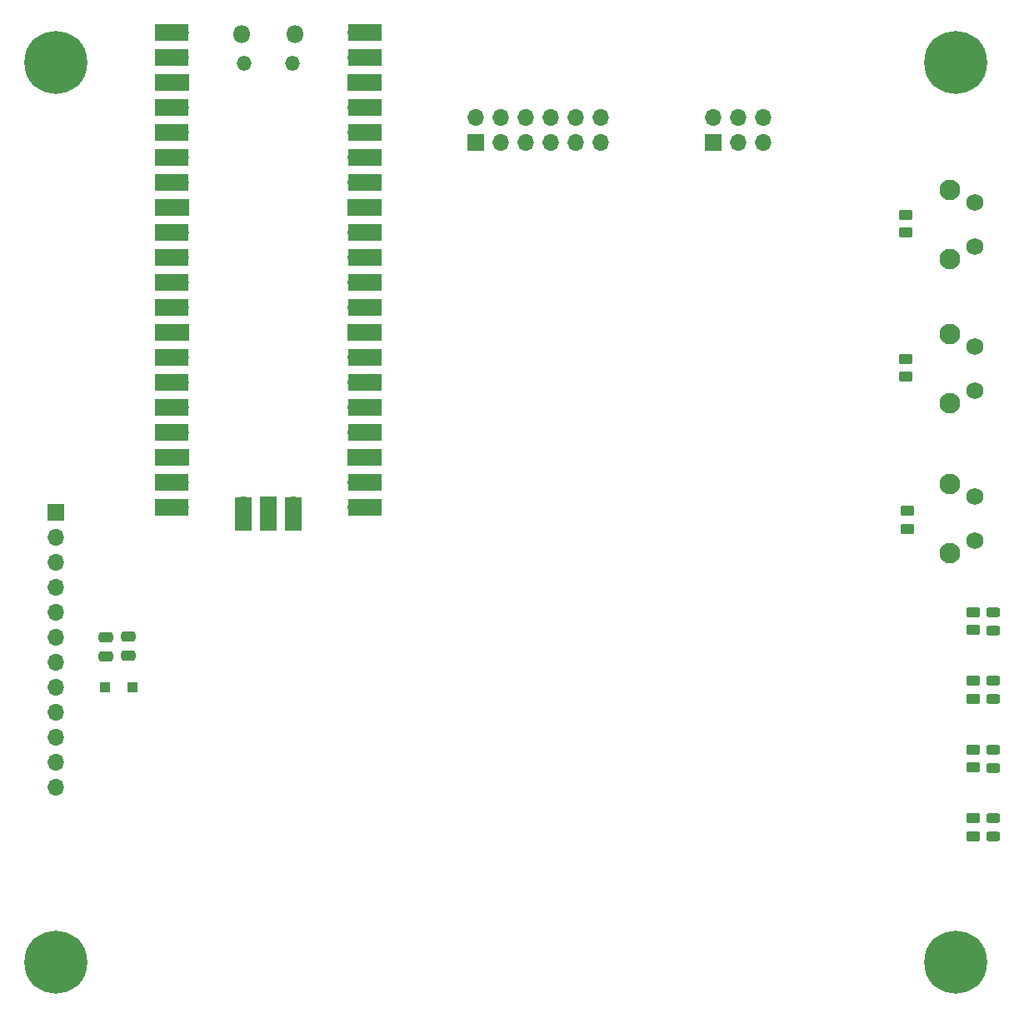
<source format=gbr>
%TF.GenerationSoftware,KiCad,Pcbnew,8.0.7-8.0.7-0~ubuntu22.04.1*%
%TF.CreationDate,2025-01-12T13:00:57-08:00*%
%TF.ProjectId,multichannelheaterdriver_mcu,6d756c74-6963-4686-916e-6e656c686561,rev?*%
%TF.SameCoordinates,Original*%
%TF.FileFunction,Soldermask,Top*%
%TF.FilePolarity,Negative*%
%FSLAX46Y46*%
G04 Gerber Fmt 4.6, Leading zero omitted, Abs format (unit mm)*
G04 Created by KiCad (PCBNEW 8.0.7-8.0.7-0~ubuntu22.04.1) date 2025-01-12 13:00:57*
%MOMM*%
%LPD*%
G01*
G04 APERTURE LIST*
G04 Aperture macros list*
%AMRoundRect*
0 Rectangle with rounded corners*
0 $1 Rounding radius*
0 $2 $3 $4 $5 $6 $7 $8 $9 X,Y pos of 4 corners*
0 Add a 4 corners polygon primitive as box body*
4,1,4,$2,$3,$4,$5,$6,$7,$8,$9,$2,$3,0*
0 Add four circle primitives for the rounded corners*
1,1,$1+$1,$2,$3*
1,1,$1+$1,$4,$5*
1,1,$1+$1,$6,$7*
1,1,$1+$1,$8,$9*
0 Add four rect primitives between the rounded corners*
20,1,$1+$1,$2,$3,$4,$5,0*
20,1,$1+$1,$4,$5,$6,$7,0*
20,1,$1+$1,$6,$7,$8,$9,0*
20,1,$1+$1,$8,$9,$2,$3,0*%
G04 Aperture macros list end*
%ADD10RoundRect,0.243750X0.456250X-0.243750X0.456250X0.243750X-0.456250X0.243750X-0.456250X-0.243750X0*%
%ADD11C,2.100000*%
%ADD12C,1.750000*%
%ADD13RoundRect,0.250000X0.475000X-0.250000X0.475000X0.250000X-0.475000X0.250000X-0.475000X-0.250000X0*%
%ADD14RoundRect,0.250000X0.450000X-0.262500X0.450000X0.262500X-0.450000X0.262500X-0.450000X-0.262500X0*%
%ADD15RoundRect,0.250000X-0.450000X0.262500X-0.450000X-0.262500X0.450000X-0.262500X0.450000X0.262500X0*%
%ADD16R,1.700000X1.700000*%
%ADD17O,1.700000X1.700000*%
%ADD18C,6.400000*%
%ADD19O,1.800000X1.800000*%
%ADD20O,1.500000X1.500000*%
%ADD21R,3.500000X1.700000*%
%ADD22R,1.700000X3.500000*%
%ADD23RoundRect,0.250000X0.300000X0.300000X-0.300000X0.300000X-0.300000X-0.300000X0.300000X-0.300000X0*%
G04 APERTURE END LIST*
D10*
%TO.C,D4*%
X100332500Y-83752500D03*
X100332500Y-81877500D03*
%TD*%
D11*
%TO.C,SW2*%
X95937500Y-32670000D03*
X95937500Y-39680000D03*
D12*
X98427500Y-33920000D03*
X98427500Y-38420000D03*
%TD*%
D13*
%TO.C,C2*%
X12446000Y-65339000D03*
X12446000Y-63439000D03*
%TD*%
D14*
%TO.C,R7*%
X98298000Y-62738000D03*
X98298000Y-60913000D03*
%TD*%
D15*
%TO.C,R5*%
X91440000Y-35179000D03*
X91440000Y-37004000D03*
%TD*%
D10*
%TO.C,D5*%
X100332500Y-62797500D03*
X100332500Y-60922500D03*
%TD*%
D16*
%TO.C,J1*%
X5080000Y-50800000D03*
D17*
X5080000Y-53340000D03*
X5080000Y-55880000D03*
X5080000Y-58420000D03*
X5080000Y-60960000D03*
X5080000Y-63500000D03*
X5080000Y-66040000D03*
X5080000Y-68580000D03*
X5080000Y-71120000D03*
X5080000Y-73660000D03*
X5080000Y-76200000D03*
X5080000Y-78740000D03*
%TD*%
D15*
%TO.C,R6*%
X91567000Y-50649500D03*
X91567000Y-52474500D03*
%TD*%
D11*
%TO.C,SW3*%
X95937500Y-47910000D03*
X95937500Y-54920000D03*
D12*
X98427500Y-49160000D03*
X98427500Y-53660000D03*
%TD*%
D18*
%TO.C,H2*%
X5080000Y-96520000D03*
%TD*%
D13*
%TO.C,C1*%
X10160000Y-65405000D03*
X10160000Y-63505000D03*
%TD*%
D11*
%TO.C,SW1*%
X95937500Y-18020000D03*
X95937500Y-25030000D03*
D12*
X98427500Y-19270000D03*
X98427500Y-23770000D03*
%TD*%
D16*
%TO.C,J3*%
X71882000Y-13208000D03*
D17*
X71882000Y-10668000D03*
X74422000Y-13208000D03*
X74422000Y-10668000D03*
X76962000Y-13208000D03*
X76962000Y-10668000D03*
%TD*%
D10*
%TO.C,D2*%
X100332500Y-69782500D03*
X100332500Y-67907500D03*
%TD*%
D16*
%TO.C,J2*%
X47752000Y-13208000D03*
D17*
X47752000Y-10668000D03*
X50292000Y-13208000D03*
X50292000Y-10668000D03*
X52832000Y-13208000D03*
X52832000Y-10668000D03*
X55372000Y-13208000D03*
X55372000Y-10668000D03*
X57912000Y-13208000D03*
X57912000Y-10668000D03*
X60452000Y-13208000D03*
X60452000Y-10668000D03*
%TD*%
D19*
%TO.C,U1*%
X23945000Y-2162000D03*
D20*
X24245000Y-5192000D03*
X29095000Y-5192000D03*
D19*
X29395000Y-2162000D03*
D17*
X17780000Y-2032000D03*
D21*
X16880000Y-2032000D03*
D17*
X17780000Y-4572000D03*
D21*
X16880000Y-4572000D03*
D16*
X17780000Y-7112000D03*
D21*
X16880000Y-7112000D03*
D17*
X17780000Y-9652000D03*
D21*
X16880000Y-9652000D03*
D17*
X17780000Y-12192000D03*
D21*
X16880000Y-12192000D03*
D17*
X17780000Y-14732000D03*
D21*
X16880000Y-14732000D03*
D17*
X17780000Y-17272000D03*
D21*
X16880000Y-17272000D03*
D16*
X17780000Y-19812000D03*
D21*
X16880000Y-19812000D03*
D17*
X17780000Y-22352000D03*
D21*
X16880000Y-22352000D03*
D17*
X17780000Y-24892000D03*
D21*
X16880000Y-24892000D03*
D17*
X17780000Y-27432000D03*
D21*
X16880000Y-27432000D03*
D17*
X17780000Y-29972000D03*
D21*
X16880000Y-29972000D03*
D16*
X17780000Y-32512000D03*
D21*
X16880000Y-32512000D03*
D17*
X17780000Y-35052000D03*
D21*
X16880000Y-35052000D03*
D17*
X17780000Y-37592000D03*
D21*
X16880000Y-37592000D03*
D17*
X17780000Y-40132000D03*
D21*
X16880000Y-40132000D03*
D17*
X17780000Y-42672000D03*
D21*
X16880000Y-42672000D03*
D16*
X17780000Y-45212000D03*
D21*
X16880000Y-45212000D03*
D17*
X17780000Y-47752000D03*
D21*
X16880000Y-47752000D03*
D17*
X17780000Y-50292000D03*
D21*
X16880000Y-50292000D03*
D17*
X35560000Y-50292000D03*
D21*
X36460000Y-50292000D03*
D17*
X35560000Y-47752000D03*
D21*
X36460000Y-47752000D03*
D16*
X35560000Y-45212000D03*
D21*
X36460000Y-45212000D03*
D17*
X35560000Y-42672000D03*
D21*
X36460000Y-42672000D03*
D17*
X35560000Y-40132000D03*
D21*
X36460000Y-40132000D03*
D17*
X35560000Y-37592000D03*
D21*
X36460000Y-37592000D03*
D17*
X35560000Y-35052000D03*
D21*
X36460000Y-35052000D03*
D16*
X35560000Y-32512000D03*
D21*
X36460000Y-32512000D03*
D17*
X35560000Y-29972000D03*
D21*
X36460000Y-29972000D03*
D17*
X35560000Y-27432000D03*
D21*
X36460000Y-27432000D03*
D17*
X35560000Y-24892000D03*
D21*
X36460000Y-24892000D03*
D17*
X35560000Y-22352000D03*
D21*
X36460000Y-22352000D03*
D16*
X35560000Y-19812000D03*
D21*
X36460000Y-19812000D03*
D17*
X35560000Y-17272000D03*
D21*
X36460000Y-17272000D03*
D17*
X35560000Y-14732000D03*
D21*
X36460000Y-14732000D03*
D17*
X35560000Y-12192000D03*
D21*
X36460000Y-12192000D03*
D17*
X35560000Y-9652000D03*
D21*
X36460000Y-9652000D03*
D16*
X35560000Y-7112000D03*
D21*
X36460000Y-7112000D03*
D17*
X35560000Y-4572000D03*
D21*
X36460000Y-4572000D03*
D17*
X35560000Y-2032000D03*
D21*
X36460000Y-2032000D03*
D17*
X24130000Y-50062000D03*
D22*
X24130000Y-50962000D03*
D16*
X26670000Y-50062000D03*
D22*
X26670000Y-50962000D03*
D17*
X29210000Y-50062000D03*
D22*
X29210000Y-50962000D03*
%TD*%
D18*
%TO.C,H3*%
X96520000Y-5080000D03*
%TD*%
D14*
%TO.C,R3*%
X98298000Y-83716500D03*
X98298000Y-81891500D03*
%TD*%
D18*
%TO.C,H1*%
X5080000Y-5080000D03*
%TD*%
D15*
%TO.C,R4*%
X91440000Y-20550500D03*
X91440000Y-22375500D03*
%TD*%
D23*
%TO.C,D1*%
X12830000Y-68580000D03*
X10030000Y-68580000D03*
%TD*%
D14*
%TO.C,R1*%
X98298000Y-69746500D03*
X98298000Y-67921500D03*
%TD*%
D10*
%TO.C,D3*%
X100332500Y-76767500D03*
X100332500Y-74892500D03*
%TD*%
D14*
%TO.C,R2*%
X98298000Y-76708000D03*
X98298000Y-74883000D03*
%TD*%
D18*
%TO.C,H4*%
X96520000Y-96520000D03*
%TD*%
M02*

</source>
